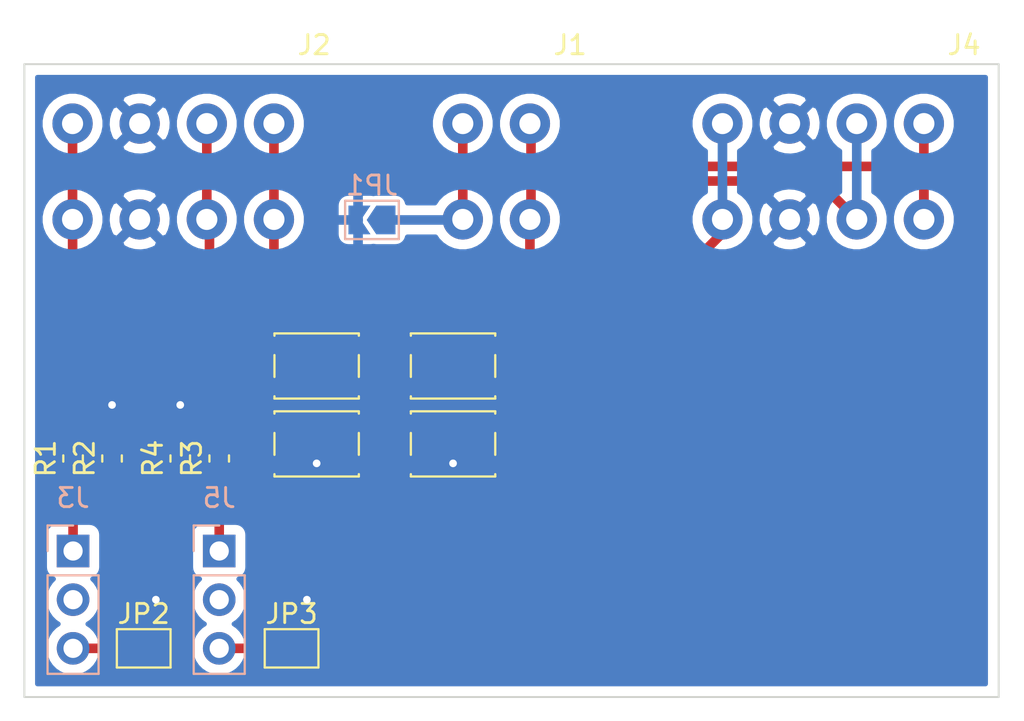
<source format=kicad_pcb>
(kicad_pcb (version 20171130) (host pcbnew 5.1.5-1.fc31)

  (general
    (thickness 1.6)
    (drawings 4)
    (tracks 61)
    (zones 0)
    (modules 16)
    (nets 14)
  )

  (page A4)
  (layers
    (0 F.Cu signal)
    (31 B.Cu signal)
    (32 B.Adhes user)
    (33 F.Adhes user)
    (34 B.Paste user)
    (35 F.Paste user)
    (36 B.SilkS user)
    (37 F.SilkS user)
    (38 B.Mask user)
    (39 F.Mask user)
    (40 Dwgs.User user)
    (41 Cmts.User user)
    (42 Eco1.User user)
    (43 Eco2.User user)
    (44 Edge.Cuts user)
    (45 Margin user)
    (46 B.CrtYd user hide)
    (47 F.CrtYd user hide)
    (48 B.Fab user hide)
    (49 F.Fab user)
  )

  (setup
    (last_trace_width 0.5)
    (user_trace_width 0.25)
    (user_trace_width 0.5)
    (trace_clearance 0.2)
    (zone_clearance 0.508)
    (zone_45_only no)
    (trace_min 0.2)
    (via_size 0.8)
    (via_drill 0.4)
    (via_min_size 0.4)
    (via_min_drill 0.3)
    (user_via 0.8 0.4)
    (user_via 1.4 0.8)
    (uvia_size 0.3)
    (uvia_drill 0.1)
    (uvias_allowed no)
    (uvia_min_size 0.2)
    (uvia_min_drill 0.1)
    (edge_width 0.05)
    (segment_width 0.2)
    (pcb_text_width 0.3)
    (pcb_text_size 1.5 1.5)
    (mod_edge_width 0.12)
    (mod_text_size 1 1)
    (mod_text_width 0.15)
    (pad_size 0.3 0.3)
    (pad_drill 0)
    (pad_to_mask_clearance 0.051)
    (solder_mask_min_width 0.25)
    (aux_axis_origin 0 0)
    (visible_elements FFFFFF7F)
    (pcbplotparams
      (layerselection 0x010fc_ffffffff)
      (usegerberextensions false)
      (usegerberattributes false)
      (usegerberadvancedattributes false)
      (creategerberjobfile false)
      (excludeedgelayer true)
      (linewidth 0.100000)
      (plotframeref false)
      (viasonmask false)
      (mode 1)
      (useauxorigin false)
      (hpglpennumber 1)
      (hpglpenspeed 20)
      (hpglpendiameter 15.000000)
      (psnegative false)
      (psa4output false)
      (plotreference true)
      (plotvalue true)
      (plotinvisibletext false)
      (padsonsilk false)
      (subtractmaskfromsilk false)
      (outputformat 1)
      (mirror false)
      (drillshape 1)
      (scaleselection 1)
      (outputdirectory ""))
  )

  (net 0 "")
  (net 1 "Net-(J1-Pad2)")
  (net 2 +24V)
  (net 3 GND)
  (net 4 /SensorOut0)
  (net 5 /Teach0)
  (net 6 "Net-(J3-Pad3)")
  (net 7 "Net-(J3-Pad2)")
  (net 8 /Out0)
  (net 9 /SensorOut1)
  (net 10 /Teach1)
  (net 11 "Net-(J5-Pad3)")
  (net 12 "Net-(J5-Pad2)")
  (net 13 /Out1)

  (net_class Default "This is the default net class."
    (clearance 0.2)
    (trace_width 0.25)
    (via_dia 0.8)
    (via_drill 0.4)
    (uvia_dia 0.3)
    (uvia_drill 0.1)
    (add_net +24V)
    (add_net /Out0)
    (add_net /Out1)
    (add_net /SensorOut0)
    (add_net /SensorOut1)
    (add_net /Teach0)
    (add_net /Teach1)
    (add_net GND)
    (add_net "Net-(J1-Pad2)")
    (add_net "Net-(J3-Pad2)")
    (add_net "Net-(J3-Pad3)")
    (add_net "Net-(J5-Pad2)")
    (add_net "Net-(J5-Pad3)")
  )

  (module Button_Switch_SMD:SW_SPST_PTS810 (layer F.Cu) (tedit 5B0610A8) (tstamp 5E54ACFA)
    (at 91.44 96.012)
    (descr "C&K Components, PTS 810 Series, Microminiature SMT Top Actuated, http://www.ckswitches.com/media/1476/pts810.pdf")
    (tags "SPST Button Switch")
    (path /5E527FD3)
    (attr smd)
    (fp_text reference SW1 (at 0 -2.6) (layer F.SilkS) hide
      (effects (font (size 1 1) (thickness 0.15)))
    )
    (fp_text value SW_Push (at 0 2.6) (layer F.Fab) hide
      (effects (font (size 1 1) (thickness 0.15)))
    )
    (fp_arc (start 0.4 0) (end 0.4 -1.1) (angle 180) (layer F.Fab) (width 0.1))
    (fp_line (start 2.1 1.6) (end 2.1 -1.6) (layer F.Fab) (width 0.1))
    (fp_line (start 2.1 -1.6) (end -2.1 -1.6) (layer F.Fab) (width 0.1))
    (fp_line (start -2.1 -1.6) (end -2.1 1.6) (layer F.Fab) (width 0.1))
    (fp_line (start -2.1 1.6) (end 2.1 1.6) (layer F.Fab) (width 0.1))
    (fp_arc (start -0.4 0) (end -0.4 1.1) (angle 180) (layer F.Fab) (width 0.1))
    (fp_line (start -0.4 -1.1) (end 0.4 -1.1) (layer F.Fab) (width 0.1))
    (fp_line (start 0.4 1.1) (end -0.4 1.1) (layer F.Fab) (width 0.1))
    (fp_line (start 2.2 -1.7) (end -2.2 -1.7) (layer F.SilkS) (width 0.12))
    (fp_line (start -2.2 -1.7) (end -2.2 -1.58) (layer F.SilkS) (width 0.12))
    (fp_line (start -2.2 -0.57) (end -2.2 0.57) (layer F.SilkS) (width 0.12))
    (fp_line (start -2.2 1.58) (end -2.2 1.7) (layer F.SilkS) (width 0.12))
    (fp_line (start -2.2 1.7) (end 2.2 1.7) (layer F.SilkS) (width 0.12))
    (fp_line (start 2.2 1.7) (end 2.2 1.58) (layer F.SilkS) (width 0.12))
    (fp_line (start 2.2 0.57) (end 2.2 -0.57) (layer F.SilkS) (width 0.12))
    (fp_line (start 2.2 -1.58) (end 2.2 -1.7) (layer F.SilkS) (width 0.12))
    (fp_text user %R (at 0 0) (layer F.Fab)
      (effects (font (size 0.6 0.6) (thickness 0.09)))
    )
    (fp_line (start 2.85 -1.85) (end 2.85 1.85) (layer F.CrtYd) (width 0.05))
    (fp_line (start 2.85 1.85) (end -2.85 1.85) (layer F.CrtYd) (width 0.05))
    (fp_line (start -2.85 1.85) (end -2.85 -1.85) (layer F.CrtYd) (width 0.05))
    (fp_line (start -2.85 -1.85) (end 2.85 -1.85) (layer F.CrtYd) (width 0.05))
    (pad 2 smd rect (at 2.075 1.075) (size 1.05 0.65) (layers F.Cu F.Paste F.Mask)
      (net 3 GND))
    (pad 2 smd rect (at -2.075 1.075) (size 1.05 0.65) (layers F.Cu F.Paste F.Mask)
      (net 3 GND))
    (pad 1 smd rect (at 2.075 -1.075) (size 1.05 0.65) (layers F.Cu F.Paste F.Mask)
      (net 5 /Teach0))
    (pad 1 smd rect (at -2.075 -1.075) (size 1.05 0.65) (layers F.Cu F.Paste F.Mask)
      (net 5 /Teach0))
    (model ${KISYS3DMOD}/Button_Switch_SMD.3dshapes/SW_SPST_PTS810.wrl
      (at (xyz 0 0 0))
      (scale (xyz 1 1 1))
      (rotate (xyz 0 0 0))
    )
  )

  (module Button_Switch_SMD:SW_SPST_PTS810 (layer F.Cu) (tedit 5B0610A8) (tstamp 5E54AD69)
    (at 98.552 96.012)
    (descr "C&K Components, PTS 810 Series, Microminiature SMT Top Actuated, http://www.ckswitches.com/media/1476/pts810.pdf")
    (tags "SPST Button Switch")
    (path /5E55926C)
    (attr smd)
    (fp_text reference SW3 (at 0 -2.6) (layer F.SilkS) hide
      (effects (font (size 1 1) (thickness 0.15)))
    )
    (fp_text value SW_Push (at 0 2.6) (layer F.Fab) hide
      (effects (font (size 1 1) (thickness 0.15)))
    )
    (fp_arc (start 0.4 0) (end 0.4 -1.1) (angle 180) (layer F.Fab) (width 0.1))
    (fp_line (start 2.1 1.6) (end 2.1 -1.6) (layer F.Fab) (width 0.1))
    (fp_line (start 2.1 -1.6) (end -2.1 -1.6) (layer F.Fab) (width 0.1))
    (fp_line (start -2.1 -1.6) (end -2.1 1.6) (layer F.Fab) (width 0.1))
    (fp_line (start -2.1 1.6) (end 2.1 1.6) (layer F.Fab) (width 0.1))
    (fp_arc (start -0.4 0) (end -0.4 1.1) (angle 180) (layer F.Fab) (width 0.1))
    (fp_line (start -0.4 -1.1) (end 0.4 -1.1) (layer F.Fab) (width 0.1))
    (fp_line (start 0.4 1.1) (end -0.4 1.1) (layer F.Fab) (width 0.1))
    (fp_line (start 2.2 -1.7) (end -2.2 -1.7) (layer F.SilkS) (width 0.12))
    (fp_line (start -2.2 -1.7) (end -2.2 -1.58) (layer F.SilkS) (width 0.12))
    (fp_line (start -2.2 -0.57) (end -2.2 0.57) (layer F.SilkS) (width 0.12))
    (fp_line (start -2.2 1.58) (end -2.2 1.7) (layer F.SilkS) (width 0.12))
    (fp_line (start -2.2 1.7) (end 2.2 1.7) (layer F.SilkS) (width 0.12))
    (fp_line (start 2.2 1.7) (end 2.2 1.58) (layer F.SilkS) (width 0.12))
    (fp_line (start 2.2 0.57) (end 2.2 -0.57) (layer F.SilkS) (width 0.12))
    (fp_line (start 2.2 -1.58) (end 2.2 -1.7) (layer F.SilkS) (width 0.12))
    (fp_text user %R (at 0 0) (layer F.Fab)
      (effects (font (size 0.6 0.6) (thickness 0.09)))
    )
    (fp_line (start 2.85 -1.85) (end 2.85 1.85) (layer F.CrtYd) (width 0.05))
    (fp_line (start 2.85 1.85) (end -2.85 1.85) (layer F.CrtYd) (width 0.05))
    (fp_line (start -2.85 1.85) (end -2.85 -1.85) (layer F.CrtYd) (width 0.05))
    (fp_line (start -2.85 -1.85) (end 2.85 -1.85) (layer F.CrtYd) (width 0.05))
    (pad 2 smd rect (at 2.075 1.075) (size 1.05 0.65) (layers F.Cu F.Paste F.Mask)
      (net 3 GND))
    (pad 2 smd rect (at -2.075 1.075) (size 1.05 0.65) (layers F.Cu F.Paste F.Mask)
      (net 3 GND))
    (pad 1 smd rect (at 2.075 -1.075) (size 1.05 0.65) (layers F.Cu F.Paste F.Mask)
      (net 10 /Teach1))
    (pad 1 smd rect (at -2.075 -1.075) (size 1.05 0.65) (layers F.Cu F.Paste F.Mask)
      (net 10 /Teach1))
    (model ${KISYS3DMOD}/Button_Switch_SMD.3dshapes/SW_SPST_PTS810.wrl
      (at (xyz 0 0 0))
      (scale (xyz 1 1 1))
      (rotate (xyz 0 0 0))
    )
  )

  (module Button_Switch_SMD:SW_SPST_PTS810 (layer F.Cu) (tedit 5B0610A8) (tstamp 5E54AE14)
    (at 98.552 91.948 180)
    (descr "C&K Components, PTS 810 Series, Microminiature SMT Top Actuated, http://www.ckswitches.com/media/1476/pts810.pdf")
    (tags "SPST Button Switch")
    (path /5E559262)
    (attr smd)
    (fp_text reference SW2 (at 0 -2.6) (layer F.SilkS) hide
      (effects (font (size 1 1) (thickness 0.15)))
    )
    (fp_text value SW_Push (at 0 2.6) (layer F.Fab) hide
      (effects (font (size 1 1) (thickness 0.15)))
    )
    (fp_arc (start 0.4 0) (end 0.4 -1.1) (angle 180) (layer F.Fab) (width 0.1))
    (fp_line (start 2.1 1.6) (end 2.1 -1.6) (layer F.Fab) (width 0.1))
    (fp_line (start 2.1 -1.6) (end -2.1 -1.6) (layer F.Fab) (width 0.1))
    (fp_line (start -2.1 -1.6) (end -2.1 1.6) (layer F.Fab) (width 0.1))
    (fp_line (start -2.1 1.6) (end 2.1 1.6) (layer F.Fab) (width 0.1))
    (fp_arc (start -0.4 0) (end -0.4 1.1) (angle 180) (layer F.Fab) (width 0.1))
    (fp_line (start -0.4 -1.1) (end 0.4 -1.1) (layer F.Fab) (width 0.1))
    (fp_line (start 0.4 1.1) (end -0.4 1.1) (layer F.Fab) (width 0.1))
    (fp_line (start 2.2 -1.7) (end -2.2 -1.7) (layer F.SilkS) (width 0.12))
    (fp_line (start -2.2 -1.7) (end -2.2 -1.58) (layer F.SilkS) (width 0.12))
    (fp_line (start -2.2 -0.57) (end -2.2 0.57) (layer F.SilkS) (width 0.12))
    (fp_line (start -2.2 1.58) (end -2.2 1.7) (layer F.SilkS) (width 0.12))
    (fp_line (start -2.2 1.7) (end 2.2 1.7) (layer F.SilkS) (width 0.12))
    (fp_line (start 2.2 1.7) (end 2.2 1.58) (layer F.SilkS) (width 0.12))
    (fp_line (start 2.2 0.57) (end 2.2 -0.57) (layer F.SilkS) (width 0.12))
    (fp_line (start 2.2 -1.58) (end 2.2 -1.7) (layer F.SilkS) (width 0.12))
    (fp_text user %R (at 0 0) (layer F.Fab)
      (effects (font (size 0.6 0.6) (thickness 0.09)))
    )
    (fp_line (start 2.85 -1.85) (end 2.85 1.85) (layer F.CrtYd) (width 0.05))
    (fp_line (start 2.85 1.85) (end -2.85 1.85) (layer F.CrtYd) (width 0.05))
    (fp_line (start -2.85 1.85) (end -2.85 -1.85) (layer F.CrtYd) (width 0.05))
    (fp_line (start -2.85 -1.85) (end 2.85 -1.85) (layer F.CrtYd) (width 0.05))
    (pad 2 smd rect (at 2.075 1.075 180) (size 1.05 0.65) (layers F.Cu F.Paste F.Mask)
      (net 2 +24V))
    (pad 2 smd rect (at -2.075 1.075 180) (size 1.05 0.65) (layers F.Cu F.Paste F.Mask)
      (net 2 +24V))
    (pad 1 smd rect (at 2.075 -1.075 180) (size 1.05 0.65) (layers F.Cu F.Paste F.Mask)
      (net 10 /Teach1))
    (pad 1 smd rect (at -2.075 -1.075 180) (size 1.05 0.65) (layers F.Cu F.Paste F.Mask)
      (net 10 /Teach1))
    (model ${KISYS3DMOD}/Button_Switch_SMD.3dshapes/SW_SPST_PTS810.wrl
      (at (xyz 0 0 0))
      (scale (xyz 1 1 1))
      (rotate (xyz 0 0 0))
    )
  )

  (module Button_Switch_SMD:SW_SPST_PTS810 (layer F.Cu) (tedit 5B0610A8) (tstamp 5E54ADBD)
    (at 91.44 91.948 180)
    (descr "C&K Components, PTS 810 Series, Microminiature SMT Top Actuated, http://www.ckswitches.com/media/1476/pts810.pdf")
    (tags "SPST Button Switch")
    (path /5E529459)
    (attr smd)
    (fp_text reference SW0 (at 0 -2.6) (layer F.SilkS) hide
      (effects (font (size 1 1) (thickness 0.15)))
    )
    (fp_text value SW_Push (at 0 2.6) (layer F.Fab) hide
      (effects (font (size 1 1) (thickness 0.15)))
    )
    (fp_arc (start 0.4 0) (end 0.4 -1.1) (angle 180) (layer F.Fab) (width 0.1))
    (fp_line (start 2.1 1.6) (end 2.1 -1.6) (layer F.Fab) (width 0.1))
    (fp_line (start 2.1 -1.6) (end -2.1 -1.6) (layer F.Fab) (width 0.1))
    (fp_line (start -2.1 -1.6) (end -2.1 1.6) (layer F.Fab) (width 0.1))
    (fp_line (start -2.1 1.6) (end 2.1 1.6) (layer F.Fab) (width 0.1))
    (fp_arc (start -0.4 0) (end -0.4 1.1) (angle 180) (layer F.Fab) (width 0.1))
    (fp_line (start -0.4 -1.1) (end 0.4 -1.1) (layer F.Fab) (width 0.1))
    (fp_line (start 0.4 1.1) (end -0.4 1.1) (layer F.Fab) (width 0.1))
    (fp_line (start 2.2 -1.7) (end -2.2 -1.7) (layer F.SilkS) (width 0.12))
    (fp_line (start -2.2 -1.7) (end -2.2 -1.58) (layer F.SilkS) (width 0.12))
    (fp_line (start -2.2 -0.57) (end -2.2 0.57) (layer F.SilkS) (width 0.12))
    (fp_line (start -2.2 1.58) (end -2.2 1.7) (layer F.SilkS) (width 0.12))
    (fp_line (start -2.2 1.7) (end 2.2 1.7) (layer F.SilkS) (width 0.12))
    (fp_line (start 2.2 1.7) (end 2.2 1.58) (layer F.SilkS) (width 0.12))
    (fp_line (start 2.2 0.57) (end 2.2 -0.57) (layer F.SilkS) (width 0.12))
    (fp_line (start 2.2 -1.58) (end 2.2 -1.7) (layer F.SilkS) (width 0.12))
    (fp_text user %R (at 0 0) (layer F.Fab)
      (effects (font (size 0.6 0.6) (thickness 0.09)))
    )
    (fp_line (start 2.85 -1.85) (end 2.85 1.85) (layer F.CrtYd) (width 0.05))
    (fp_line (start 2.85 1.85) (end -2.85 1.85) (layer F.CrtYd) (width 0.05))
    (fp_line (start -2.85 1.85) (end -2.85 -1.85) (layer F.CrtYd) (width 0.05))
    (fp_line (start -2.85 -1.85) (end 2.85 -1.85) (layer F.CrtYd) (width 0.05))
    (pad 2 smd rect (at 2.075 1.075 180) (size 1.05 0.65) (layers F.Cu F.Paste F.Mask)
      (net 2 +24V))
    (pad 2 smd rect (at -2.075 1.075 180) (size 1.05 0.65) (layers F.Cu F.Paste F.Mask)
      (net 2 +24V))
    (pad 1 smd rect (at 2.075 -1.075 180) (size 1.05 0.65) (layers F.Cu F.Paste F.Mask)
      (net 5 /Teach0))
    (pad 1 smd rect (at -2.075 -1.075 180) (size 1.05 0.65) (layers F.Cu F.Paste F.Mask)
      (net 5 /Teach0))
    (model ${KISYS3DMOD}/Button_Switch_SMD.3dshapes/SW_SPST_PTS810.wrl
      (at (xyz 0 0 0))
      (scale (xyz 1 1 1))
      (rotate (xyz 0 0 0))
    )
  )

  (module ultrasonic_roborio:LSF-SMT_3.50_02_135_3.5SN (layer F.Cu) (tedit 5E51E9B3) (tstamp 5E51E631)
    (at 104.66 76.2 180)
    (path /5E531990)
    (fp_text reference J1 (at 0 1) (layer F.SilkS)
      (effects (font (size 1 1) (thickness 0.15)))
    )
    (fp_text value "PCM solenoid" (at 0 2.5) (layer F.Fab)
      (effects (font (size 1 1) (thickness 0.15)))
    )
    (fp_line (start 7.7 0) (end 0 0) (layer F.Fab) (width 0.12))
    (fp_line (start 7.7 -12.7) (end 7.7 0) (layer F.Fab) (width 0.12))
    (fp_line (start 0 -12.7) (end 7.7 -12.7) (layer F.Fab) (width 0.12))
    (fp_line (start 0 0) (end 0 -12.7) (layer F.Fab) (width 0.12))
    (pad 2 thru_hole circle (at 5.6 -3.1 180) (size 2.1 2.1) (drill 1.1) (layers *.Cu *.Mask)
      (net 1 "Net-(J1-Pad2)"))
    (pad 2 thru_hole circle (at 5.6 -8.1 180) (size 2.1 2.1) (drill 1.1) (layers *.Cu *.Mask)
      (net 1 "Net-(J1-Pad2)"))
    (pad 1 thru_hole circle (at 2.1 -8.1 180) (size 2.1 2.1) (drill 1.1) (layers *.Cu *.Mask)
      (net 2 +24V))
    (pad 1 thru_hole circle (at 2.1 -3.1 180) (size 2.1 2.1) (drill 1.1) (layers *.Cu *.Mask)
      (net 2 +24V))
    (model ${KIPRJMOD}/ultrasonic_roborio.3dshapes/LSF-SMT_3.50_02_135_3.5SN.step
      (offset (xyz 0 0 -3.5))
      (scale (xyz 1 1 1))
      (rotate (xyz 0 0 0))
    )
  )

  (module ultrasonic_roborio:LSF-SMT_3.50_04_135_3.5SN (layer F.Cu) (tedit 5E51E9EA) (tstamp 5E51E52D)
    (at 125.2 76.2 180)
    (path /5E55923B)
    (fp_text reference J4 (at 0 1) (layer F.SilkS)
      (effects (font (size 1 1) (thickness 0.15)))
    )
    (fp_text value Sensor1 (at 0 2.5) (layer F.Fab)
      (effects (font (size 1 1) (thickness 0.15)))
    )
    (fp_line (start 14.7 0) (end 0 0) (layer F.Fab) (width 0.12))
    (fp_line (start 14.7 -12.7) (end 14.7 0) (layer F.Fab) (width 0.12))
    (fp_line (start 0 -12.7) (end 14.7 -12.7) (layer F.Fab) (width 0.12))
    (fp_line (start 0 0) (end 0 -12.7) (layer F.Fab) (width 0.12))
    (pad 3 thru_hole circle (at 9.1 -3.1 180) (size 2.1 2.1) (drill 1.1) (layers *.Cu *.Mask)
      (net 3 GND))
    (pad 4 thru_hole circle (at 12.6 -8.1 180) (size 2.1 2.1) (drill 1.1) (layers *.Cu *.Mask)
      (net 9 /SensorOut1))
    (pad 4 thru_hole circle (at 12.6 -3.1 180) (size 2.1 2.1) (drill 1.1) (layers *.Cu *.Mask)
      (net 9 /SensorOut1))
    (pad 3 thru_hole circle (at 9.1 -8.1 180) (size 2.1 2.1) (drill 1.1) (layers *.Cu *.Mask)
      (net 3 GND))
    (pad 2 thru_hole circle (at 5.6 -3.1 180) (size 2.1 2.1) (drill 1.1) (layers *.Cu *.Mask)
      (net 10 /Teach1))
    (pad 2 thru_hole circle (at 5.6 -8.1 180) (size 2.1 2.1) (drill 1.1) (layers *.Cu *.Mask)
      (net 10 /Teach1))
    (pad 1 thru_hole circle (at 2.1 -8.1 180) (size 2.1 2.1) (drill 1.1) (layers *.Cu *.Mask)
      (net 2 +24V))
    (pad 1 thru_hole circle (at 2.1 -3.1 180) (size 2.1 2.1) (drill 1.1) (layers *.Cu *.Mask)
      (net 2 +24V))
    (model ${KIPRJMOD}/ultrasonic_roborio.3dshapes/LSF-SMT_3.50_04_135_3.5SN.step
      (offset (xyz 0 0 -3.5))
      (scale (xyz 1 1 1))
      (rotate (xyz 0 0 0))
    )
  )

  (module ultrasonic_roborio:LSF-SMT_3.50_04_135_3.5SN (layer F.Cu) (tedit 5E51E9EA) (tstamp 5E51E3DD)
    (at 91.313 76.2 180)
    (path /5E5175C3)
    (fp_text reference J2 (at 0 1) (layer F.SilkS)
      (effects (font (size 1 1) (thickness 0.15)))
    )
    (fp_text value Sensor0 (at 0 2.5) (layer F.Fab)
      (effects (font (size 1 1) (thickness 0.15)))
    )
    (fp_line (start 14.7 0) (end 0 0) (layer F.Fab) (width 0.12))
    (fp_line (start 14.7 -12.7) (end 14.7 0) (layer F.Fab) (width 0.12))
    (fp_line (start 0 -12.7) (end 14.7 -12.7) (layer F.Fab) (width 0.12))
    (fp_line (start 0 0) (end 0 -12.7) (layer F.Fab) (width 0.12))
    (pad 3 thru_hole circle (at 9.1 -3.1 180) (size 2.1 2.1) (drill 1.1) (layers *.Cu *.Mask)
      (net 3 GND))
    (pad 4 thru_hole circle (at 12.6 -8.1 180) (size 2.1 2.1) (drill 1.1) (layers *.Cu *.Mask)
      (net 4 /SensorOut0))
    (pad 4 thru_hole circle (at 12.6 -3.1 180) (size 2.1 2.1) (drill 1.1) (layers *.Cu *.Mask)
      (net 4 /SensorOut0))
    (pad 3 thru_hole circle (at 9.1 -8.1 180) (size 2.1 2.1) (drill 1.1) (layers *.Cu *.Mask)
      (net 3 GND))
    (pad 2 thru_hole circle (at 5.6 -3.1 180) (size 2.1 2.1) (drill 1.1) (layers *.Cu *.Mask)
      (net 5 /Teach0))
    (pad 2 thru_hole circle (at 5.6 -8.1 180) (size 2.1 2.1) (drill 1.1) (layers *.Cu *.Mask)
      (net 5 /Teach0))
    (pad 1 thru_hole circle (at 2.1 -8.1 180) (size 2.1 2.1) (drill 1.1) (layers *.Cu *.Mask)
      (net 2 +24V))
    (pad 1 thru_hole circle (at 2.1 -3.1 180) (size 2.1 2.1) (drill 1.1) (layers *.Cu *.Mask)
      (net 2 +24V))
    (model ${KIPRJMOD}/ultrasonic_roborio.3dshapes/LSF-SMT_3.50_04_135_3.5SN.step
      (offset (xyz 0 0 -3.5))
      (scale (xyz 1 1 1))
      (rotate (xyz 0 0 0))
    )
  )

  (module Resistor_SMD:R_0603_1608Metric (layer F.Cu) (tedit 5B301BBD) (tstamp 5E54B0EE)
    (at 84.328 96.774 90)
    (descr "Resistor SMD 0603 (1608 Metric), square (rectangular) end terminal, IPC_7351 nominal, (Body size source: http://www.tortai-tech.com/upload/download/2011102023233369053.pdf), generated with kicad-footprint-generator")
    (tags resistor)
    (path /5E559225)
    (attr smd)
    (fp_text reference R4 (at 0 -1.43 90) (layer F.SilkS)
      (effects (font (size 1 1) (thickness 0.15)))
    )
    (fp_text value 4.7k (at 0 1.43 90) (layer F.Fab)
      (effects (font (size 1 1) (thickness 0.15)))
    )
    (fp_text user %R (at 0 0 90) (layer F.Fab)
      (effects (font (size 0.4 0.4) (thickness 0.06)))
    )
    (fp_line (start 1.48 0.73) (end -1.48 0.73) (layer F.CrtYd) (width 0.05))
    (fp_line (start 1.48 -0.73) (end 1.48 0.73) (layer F.CrtYd) (width 0.05))
    (fp_line (start -1.48 -0.73) (end 1.48 -0.73) (layer F.CrtYd) (width 0.05))
    (fp_line (start -1.48 0.73) (end -1.48 -0.73) (layer F.CrtYd) (width 0.05))
    (fp_line (start -0.162779 0.51) (end 0.162779 0.51) (layer F.SilkS) (width 0.12))
    (fp_line (start -0.162779 -0.51) (end 0.162779 -0.51) (layer F.SilkS) (width 0.12))
    (fp_line (start 0.8 0.4) (end -0.8 0.4) (layer F.Fab) (width 0.1))
    (fp_line (start 0.8 -0.4) (end 0.8 0.4) (layer F.Fab) (width 0.1))
    (fp_line (start -0.8 -0.4) (end 0.8 -0.4) (layer F.Fab) (width 0.1))
    (fp_line (start -0.8 0.4) (end -0.8 -0.4) (layer F.Fab) (width 0.1))
    (pad 2 smd roundrect (at 0.7875 0 90) (size 0.875 0.95) (layers F.Cu F.Paste F.Mask) (roundrect_rratio 0.25)
      (net 3 GND))
    (pad 1 smd roundrect (at -0.7875 0 90) (size 0.875 0.95) (layers F.Cu F.Paste F.Mask) (roundrect_rratio 0.25)
      (net 13 /Out1))
    (model ${KISYS3DMOD}/Resistor_SMD.3dshapes/R_0603_1608Metric.wrl
      (at (xyz 0 0 0))
      (scale (xyz 1 1 1))
      (rotate (xyz 0 0 0))
    )
  )

  (module Resistor_SMD:R_0603_1608Metric (layer F.Cu) (tedit 5B301BBD) (tstamp 5E54A18F)
    (at 86.36 96.774 90)
    (descr "Resistor SMD 0603 (1608 Metric), square (rectangular) end terminal, IPC_7351 nominal, (Body size source: http://www.tortai-tech.com/upload/download/2011102023233369053.pdf), generated with kicad-footprint-generator")
    (tags resistor)
    (path /5E559219)
    (attr smd)
    (fp_text reference R3 (at 0 -1.43 90) (layer F.SilkS)
      (effects (font (size 1 1) (thickness 0.15)))
    )
    (fp_text value 4.7k (at 0 1.43 90) (layer F.Fab)
      (effects (font (size 1 1) (thickness 0.15)))
    )
    (fp_text user %R (at 0 0 90) (layer F.Fab)
      (effects (font (size 0.4 0.4) (thickness 0.06)))
    )
    (fp_line (start 1.48 0.73) (end -1.48 0.73) (layer F.CrtYd) (width 0.05))
    (fp_line (start 1.48 -0.73) (end 1.48 0.73) (layer F.CrtYd) (width 0.05))
    (fp_line (start -1.48 -0.73) (end 1.48 -0.73) (layer F.CrtYd) (width 0.05))
    (fp_line (start -1.48 0.73) (end -1.48 -0.73) (layer F.CrtYd) (width 0.05))
    (fp_line (start -0.162779 0.51) (end 0.162779 0.51) (layer F.SilkS) (width 0.12))
    (fp_line (start -0.162779 -0.51) (end 0.162779 -0.51) (layer F.SilkS) (width 0.12))
    (fp_line (start 0.8 0.4) (end -0.8 0.4) (layer F.Fab) (width 0.1))
    (fp_line (start 0.8 -0.4) (end 0.8 0.4) (layer F.Fab) (width 0.1))
    (fp_line (start -0.8 -0.4) (end 0.8 -0.4) (layer F.Fab) (width 0.1))
    (fp_line (start -0.8 0.4) (end -0.8 -0.4) (layer F.Fab) (width 0.1))
    (pad 2 smd roundrect (at 0.7875 0 90) (size 0.875 0.95) (layers F.Cu F.Paste F.Mask) (roundrect_rratio 0.25)
      (net 9 /SensorOut1))
    (pad 1 smd roundrect (at -0.7875 0 90) (size 0.875 0.95) (layers F.Cu F.Paste F.Mask) (roundrect_rratio 0.25)
      (net 13 /Out1))
    (model ${KISYS3DMOD}/Resistor_SMD.3dshapes/R_0603_1608Metric.wrl
      (at (xyz 0 0 0))
      (scale (xyz 1 1 1))
      (rotate (xyz 0 0 0))
    )
  )

  (module Resistor_SMD:R_0603_1608Metric (layer F.Cu) (tedit 5B301BBD) (tstamp 5E54A1BF)
    (at 80.772 96.774 90)
    (descr "Resistor SMD 0603 (1608 Metric), square (rectangular) end terminal, IPC_7351 nominal, (Body size source: http://www.tortai-tech.com/upload/download/2011102023233369053.pdf), generated with kicad-footprint-generator")
    (tags resistor)
    (path /5E5208A1)
    (attr smd)
    (fp_text reference R2 (at 0 -1.43 90) (layer F.SilkS)
      (effects (font (size 1 1) (thickness 0.15)))
    )
    (fp_text value 4.7k (at 0 1.43 90) (layer F.Fab)
      (effects (font (size 1 1) (thickness 0.15)))
    )
    (fp_text user %R (at 0 0 90) (layer F.Fab)
      (effects (font (size 0.4 0.4) (thickness 0.06)))
    )
    (fp_line (start 1.48 0.73) (end -1.48 0.73) (layer F.CrtYd) (width 0.05))
    (fp_line (start 1.48 -0.73) (end 1.48 0.73) (layer F.CrtYd) (width 0.05))
    (fp_line (start -1.48 -0.73) (end 1.48 -0.73) (layer F.CrtYd) (width 0.05))
    (fp_line (start -1.48 0.73) (end -1.48 -0.73) (layer F.CrtYd) (width 0.05))
    (fp_line (start -0.162779 0.51) (end 0.162779 0.51) (layer F.SilkS) (width 0.12))
    (fp_line (start -0.162779 -0.51) (end 0.162779 -0.51) (layer F.SilkS) (width 0.12))
    (fp_line (start 0.8 0.4) (end -0.8 0.4) (layer F.Fab) (width 0.1))
    (fp_line (start 0.8 -0.4) (end 0.8 0.4) (layer F.Fab) (width 0.1))
    (fp_line (start -0.8 -0.4) (end 0.8 -0.4) (layer F.Fab) (width 0.1))
    (fp_line (start -0.8 0.4) (end -0.8 -0.4) (layer F.Fab) (width 0.1))
    (pad 2 smd roundrect (at 0.7875 0 90) (size 0.875 0.95) (layers F.Cu F.Paste F.Mask) (roundrect_rratio 0.25)
      (net 3 GND))
    (pad 1 smd roundrect (at -0.7875 0 90) (size 0.875 0.95) (layers F.Cu F.Paste F.Mask) (roundrect_rratio 0.25)
      (net 8 /Out0))
    (model ${KISYS3DMOD}/Resistor_SMD.3dshapes/R_0603_1608Metric.wrl
      (at (xyz 0 0 0))
      (scale (xyz 1 1 1))
      (rotate (xyz 0 0 0))
    )
  )

  (module Resistor_SMD:R_0603_1608Metric (layer F.Cu) (tedit 5B301BBD) (tstamp 5E54A15F)
    (at 78.74 96.774 90)
    (descr "Resistor SMD 0603 (1608 Metric), square (rectangular) end terminal, IPC_7351 nominal, (Body size source: http://www.tortai-tech.com/upload/download/2011102023233369053.pdf), generated with kicad-footprint-generator")
    (tags resistor)
    (path /5E52011D)
    (attr smd)
    (fp_text reference R1 (at 0 -1.43 90) (layer F.SilkS)
      (effects (font (size 1 1) (thickness 0.15)))
    )
    (fp_text value 4.7k (at 0 1.43 90) (layer F.Fab)
      (effects (font (size 1 1) (thickness 0.15)))
    )
    (fp_text user %R (at 0 0 90) (layer F.Fab)
      (effects (font (size 0.4 0.4) (thickness 0.06)))
    )
    (fp_line (start 1.48 0.73) (end -1.48 0.73) (layer F.CrtYd) (width 0.05))
    (fp_line (start 1.48 -0.73) (end 1.48 0.73) (layer F.CrtYd) (width 0.05))
    (fp_line (start -1.48 -0.73) (end 1.48 -0.73) (layer F.CrtYd) (width 0.05))
    (fp_line (start -1.48 0.73) (end -1.48 -0.73) (layer F.CrtYd) (width 0.05))
    (fp_line (start -0.162779 0.51) (end 0.162779 0.51) (layer F.SilkS) (width 0.12))
    (fp_line (start -0.162779 -0.51) (end 0.162779 -0.51) (layer F.SilkS) (width 0.12))
    (fp_line (start 0.8 0.4) (end -0.8 0.4) (layer F.Fab) (width 0.1))
    (fp_line (start 0.8 -0.4) (end 0.8 0.4) (layer F.Fab) (width 0.1))
    (fp_line (start -0.8 -0.4) (end 0.8 -0.4) (layer F.Fab) (width 0.1))
    (fp_line (start -0.8 0.4) (end -0.8 -0.4) (layer F.Fab) (width 0.1))
    (pad 2 smd roundrect (at 0.7875 0 90) (size 0.875 0.95) (layers F.Cu F.Paste F.Mask) (roundrect_rratio 0.25)
      (net 4 /SensorOut0))
    (pad 1 smd roundrect (at -0.7875 0 90) (size 0.875 0.95) (layers F.Cu F.Paste F.Mask) (roundrect_rratio 0.25)
      (net 8 /Out0))
    (model ${KISYS3DMOD}/Resistor_SMD.3dshapes/R_0603_1608Metric.wrl
      (at (xyz 0 0 0))
      (scale (xyz 1 1 1))
      (rotate (xyz 0 0 0))
    )
  )

  (module Jumper:SolderJumper-2_P1.3mm_Open_TrianglePad1.0x1.5mm (layer F.Cu) (tedit 5A64794F) (tstamp 5E549141)
    (at 90.133 106.68)
    (descr "SMD Solder Jumper, 1x1.5mm Triangular Pads, 0.3mm gap, open")
    (tags "solder jumper open")
    (path /5E559282)
    (attr virtual)
    (fp_text reference JP3 (at 0 -1.8) (layer F.SilkS)
      (effects (font (size 1 1) (thickness 0.15)))
    )
    (fp_text value SolderJumper_2_Open (at 0 1.9) (layer F.Fab) hide
      (effects (font (size 1 1) (thickness 0.15)))
    )
    (fp_line (start 1.65 1.25) (end -1.65 1.25) (layer F.CrtYd) (width 0.05))
    (fp_line (start 1.65 1.25) (end 1.65 -1.25) (layer F.CrtYd) (width 0.05))
    (fp_line (start -1.65 -1.25) (end -1.65 1.25) (layer F.CrtYd) (width 0.05))
    (fp_line (start -1.65 -1.25) (end 1.65 -1.25) (layer F.CrtYd) (width 0.05))
    (fp_line (start -1.4 -1) (end 1.4 -1) (layer F.SilkS) (width 0.12))
    (fp_line (start 1.4 -1) (end 1.4 1) (layer F.SilkS) (width 0.12))
    (fp_line (start 1.4 1) (end -1.4 1) (layer F.SilkS) (width 0.12))
    (fp_line (start -1.4 1) (end -1.4 -1) (layer F.SilkS) (width 0.12))
    (pad 1 smd custom (at -0.725 0) (size 0.3 0.3) (layers F.Cu F.Mask)
      (net 11 "Net-(J5-Pad3)") (zone_connect 2)
      (options (clearance outline) (anchor rect))
      (primitives
        (gr_poly (pts
           (xy -0.5 -0.75) (xy 0.5 -0.75) (xy 1 0) (xy 0.5 0.75) (xy -0.5 0.75)
) (width 0))
      ))
    (pad 2 smd custom (at 0.725 0) (size 0.3 0.3) (layers F.Cu F.Mask)
      (net 3 GND) (zone_connect 2)
      (options (clearance outline) (anchor rect))
      (primitives
        (gr_poly (pts
           (xy -0.65 -0.75) (xy 0.5 -0.75) (xy 0.5 0.75) (xy -0.65 0.75) (xy -0.15 0)
) (width 0))
      ))
  )

  (module Jumper:SolderJumper-2_P1.3mm_Bridged_Pad1.0x1.5mm (layer F.Cu) (tedit 5C756AB2) (tstamp 5E51EDB0)
    (at 82.423 106.68)
    (descr "SMD Solder Jumper, 1x1.5mm Pads, 0.3mm gap, bridged with 1 copper strip")
    (tags "solder jumper open")
    (path /5E533F2F)
    (attr virtual)
    (fp_text reference JP2 (at 0 -1.8) (layer F.SilkS)
      (effects (font (size 1 1) (thickness 0.15)))
    )
    (fp_text value SolderJumper_2_Bridged (at 0 1.9) (layer F.Fab) hide
      (effects (font (size 1 1) (thickness 0.15)))
    )
    (fp_poly (pts (xy -0.25 -0.3) (xy 0.25 -0.3) (xy 0.25 0.3) (xy -0.25 0.3)) (layer F.Cu) (width 0))
    (fp_line (start 1.65 1.25) (end -1.65 1.25) (layer F.CrtYd) (width 0.05))
    (fp_line (start 1.65 1.25) (end 1.65 -1.25) (layer F.CrtYd) (width 0.05))
    (fp_line (start -1.65 -1.25) (end -1.65 1.25) (layer F.CrtYd) (width 0.05))
    (fp_line (start -1.65 -1.25) (end 1.65 -1.25) (layer F.CrtYd) (width 0.05))
    (fp_line (start -1.4 -1) (end 1.4 -1) (layer F.SilkS) (width 0.12))
    (fp_line (start 1.4 -1) (end 1.4 1) (layer F.SilkS) (width 0.12))
    (fp_line (start 1.4 1) (end -1.4 1) (layer F.SilkS) (width 0.12))
    (fp_line (start -1.4 1) (end -1.4 -1) (layer F.SilkS) (width 0.12))
    (pad 2 smd rect (at 0.65 0) (size 1 1.5) (layers F.Cu F.Mask)
      (net 3 GND))
    (pad 1 smd rect (at -0.65 0) (size 1 1.5) (layers F.Cu F.Mask)
      (net 6 "Net-(J3-Pad3)"))
  )

  (module Jumper:SolderJumper-2_P1.3mm_Open_TrianglePad1.0x1.5mm (layer B.Cu) (tedit 5E5492F5) (tstamp 5E51EAFF)
    (at 94.324 84.328 180)
    (descr "SMD Solder Jumper, 1x1.5mm Triangular Pads, 0.3mm gap, open")
    (tags "solder jumper open")
    (path /5E53373E)
    (attr virtual)
    (fp_text reference JP1 (at 0 1.8 180) (layer B.SilkS)
      (effects (font (size 1 1) (thickness 0.15)) (justify mirror))
    )
    (fp_text value SolderJumper_2_Open (at 0 -1.9 180) (layer B.Fab) hide
      (effects (font (size 1 1) (thickness 0.15)) (justify mirror))
    )
    (fp_line (start 1.65 -1.25) (end -1.65 -1.25) (layer B.CrtYd) (width 0.05))
    (fp_line (start 1.65 -1.25) (end 1.65 1.25) (layer B.CrtYd) (width 0.05))
    (fp_line (start -1.65 1.25) (end -1.65 -1.25) (layer B.CrtYd) (width 0.05))
    (fp_line (start -1.65 1.25) (end 1.65 1.25) (layer B.CrtYd) (width 0.05))
    (fp_line (start -1.4 1) (end 1.4 1) (layer B.SilkS) (width 0.12))
    (fp_line (start 1.4 1) (end 1.4 -1) (layer B.SilkS) (width 0.12))
    (fp_line (start 1.4 -1) (end -1.4 -1) (layer B.SilkS) (width 0.12))
    (fp_line (start -1.4 -1) (end -1.4 1) (layer B.SilkS) (width 0.12))
    (pad 1 smd custom (at -0.725 0 180) (size 0.3 0.3) (layers B.Cu B.Mask)
      (net 1 "Net-(J1-Pad2)") (zone_connect 2)
      (options (clearance outline) (anchor rect))
      (primitives
        (gr_poly (pts
           (xy -0.5 0.75) (xy 0.5 0.75) (xy 1 0) (xy 0.5 -0.75) (xy -0.5 -0.75)
) (width 0))
      ))
    (pad 2 smd custom (at 0.725 0 180) (size 0.3 0.3) (layers B.Cu B.Mask)
      (net 3 GND) (zone_connect 0)
      (options (clearance outline) (anchor rect))
      (primitives
        (gr_poly (pts
           (xy -0.65 0.75) (xy 0.5 0.75) (xy 0.5 -0.75) (xy -0.65 -0.75) (xy -0.15 0)
) (width 0))
      ))
  )

  (module Connector_PinSocket_2.54mm:PinSocket_1x03_P2.54mm_Vertical (layer B.Cu) (tedit 5A19A429) (tstamp 5E51E65D)
    (at 86.36 101.6 180)
    (descr "Through hole straight socket strip, 1x03, 2.54mm pitch, single row (from Kicad 4.0.7), script generated")
    (tags "Through hole socket strip THT 1x03 2.54mm single row")
    (path /5E559278)
    (fp_text reference J5 (at 0 2.77) (layer B.SilkS)
      (effects (font (size 1 1) (thickness 0.15)) (justify mirror))
    )
    (fp_text value "roboRIO A1" (at 2.54 -2.54 270) (layer B.Fab)
      (effects (font (size 1 1) (thickness 0.15)) (justify mirror))
    )
    (fp_text user %R (at 0 -2.54 270) (layer B.Fab)
      (effects (font (size 1 1) (thickness 0.15)) (justify mirror))
    )
    (fp_line (start -1.8 -6.85) (end -1.8 1.8) (layer B.CrtYd) (width 0.05))
    (fp_line (start 1.75 -6.85) (end -1.8 -6.85) (layer B.CrtYd) (width 0.05))
    (fp_line (start 1.75 1.8) (end 1.75 -6.85) (layer B.CrtYd) (width 0.05))
    (fp_line (start -1.8 1.8) (end 1.75 1.8) (layer B.CrtYd) (width 0.05))
    (fp_line (start 0 1.33) (end 1.33 1.33) (layer B.SilkS) (width 0.12))
    (fp_line (start 1.33 1.33) (end 1.33 0) (layer B.SilkS) (width 0.12))
    (fp_line (start 1.33 -1.27) (end 1.33 -6.41) (layer B.SilkS) (width 0.12))
    (fp_line (start -1.33 -6.41) (end 1.33 -6.41) (layer B.SilkS) (width 0.12))
    (fp_line (start -1.33 -1.27) (end -1.33 -6.41) (layer B.SilkS) (width 0.12))
    (fp_line (start -1.33 -1.27) (end 1.33 -1.27) (layer B.SilkS) (width 0.12))
    (fp_line (start -1.27 -6.35) (end -1.27 1.27) (layer B.Fab) (width 0.1))
    (fp_line (start 1.27 -6.35) (end -1.27 -6.35) (layer B.Fab) (width 0.1))
    (fp_line (start 1.27 0.635) (end 1.27 -6.35) (layer B.Fab) (width 0.1))
    (fp_line (start 0.635 1.27) (end 1.27 0.635) (layer B.Fab) (width 0.1))
    (fp_line (start -1.27 1.27) (end 0.635 1.27) (layer B.Fab) (width 0.1))
    (pad 3 thru_hole oval (at 0 -5.08 180) (size 1.7 1.7) (drill 1) (layers *.Cu *.Mask)
      (net 11 "Net-(J5-Pad3)"))
    (pad 2 thru_hole oval (at 0 -2.54 180) (size 1.7 1.7) (drill 1) (layers *.Cu *.Mask)
      (net 12 "Net-(J5-Pad2)"))
    (pad 1 thru_hole rect (at 0 0 180) (size 1.7 1.7) (drill 1) (layers *.Cu *.Mask)
      (net 13 /Out1))
    (model ${KISYS3DMOD}/Connector_PinSocket_2.54mm.3dshapes/PinSocket_1x03_P2.54mm_Vertical.wrl
      (at (xyz 0 0 0))
      (scale (xyz 1 1 1))
      (rotate (xyz 0 0 0))
    )
  )

  (module Connector_PinSocket_2.54mm:PinSocket_1x03_P2.54mm_Vertical (layer B.Cu) (tedit 5A19A429) (tstamp 5E51E916)
    (at 78.74 101.6 180)
    (descr "Through hole straight socket strip, 1x03, 2.54mm pitch, single row (from Kicad 4.0.7), script generated")
    (tags "Through hole socket strip THT 1x03 2.54mm single row")
    (path /5E530FB9)
    (fp_text reference J3 (at 0 2.77) (layer B.SilkS)
      (effects (font (size 1 1) (thickness 0.15)) (justify mirror))
    )
    (fp_text value "roboRIO A0" (at 1.905 -2.54 270) (layer B.Fab)
      (effects (font (size 1 1) (thickness 0.15)) (justify mirror))
    )
    (fp_text user %R (at 0 -2.54 270) (layer B.Fab)
      (effects (font (size 1 1) (thickness 0.15)) (justify mirror))
    )
    (fp_line (start -1.8 -6.85) (end -1.8 1.8) (layer B.CrtYd) (width 0.05))
    (fp_line (start 1.75 -6.85) (end -1.8 -6.85) (layer B.CrtYd) (width 0.05))
    (fp_line (start 1.75 1.8) (end 1.75 -6.85) (layer B.CrtYd) (width 0.05))
    (fp_line (start -1.8 1.8) (end 1.75 1.8) (layer B.CrtYd) (width 0.05))
    (fp_line (start 0 1.33) (end 1.33 1.33) (layer B.SilkS) (width 0.12))
    (fp_line (start 1.33 1.33) (end 1.33 0) (layer B.SilkS) (width 0.12))
    (fp_line (start 1.33 -1.27) (end 1.33 -6.41) (layer B.SilkS) (width 0.12))
    (fp_line (start -1.33 -6.41) (end 1.33 -6.41) (layer B.SilkS) (width 0.12))
    (fp_line (start -1.33 -1.27) (end -1.33 -6.41) (layer B.SilkS) (width 0.12))
    (fp_line (start -1.33 -1.27) (end 1.33 -1.27) (layer B.SilkS) (width 0.12))
    (fp_line (start -1.27 -6.35) (end -1.27 1.27) (layer B.Fab) (width 0.1))
    (fp_line (start 1.27 -6.35) (end -1.27 -6.35) (layer B.Fab) (width 0.1))
    (fp_line (start 1.27 0.635) (end 1.27 -6.35) (layer B.Fab) (width 0.1))
    (fp_line (start 0.635 1.27) (end 1.27 0.635) (layer B.Fab) (width 0.1))
    (fp_line (start -1.27 1.27) (end 0.635 1.27) (layer B.Fab) (width 0.1))
    (pad 3 thru_hole oval (at 0 -5.08 180) (size 1.7 1.7) (drill 1) (layers *.Cu *.Mask)
      (net 6 "Net-(J3-Pad3)"))
    (pad 2 thru_hole oval (at 0 -2.54 180) (size 1.7 1.7) (drill 1) (layers *.Cu *.Mask)
      (net 7 "Net-(J3-Pad2)"))
    (pad 1 thru_hole rect (at 0 0 180) (size 1.7 1.7) (drill 1) (layers *.Cu *.Mask)
      (net 8 /Out0))
    (model ${KISYS3DMOD}/Connector_PinSocket_2.54mm.3dshapes/PinSocket_1x03_P2.54mm_Vertical.wrl
      (at (xyz 0 0 0))
      (scale (xyz 1 1 1))
      (rotate (xyz 0 0 0))
    )
  )

  (gr_line (start 127 76.2) (end 127 109.22) (layer Edge.Cuts) (width 0.1) (tstamp 5E51E76E))
  (gr_line (start 76.2 76.2) (end 127 76.2) (layer Edge.Cuts) (width 0.1) (tstamp 5E51E774))
  (gr_line (start 76.2 109.22) (end 76.2 76.2) (layer Edge.Cuts) (width 0.1) (tstamp 5E51E8B9))
  (gr_line (start 127 109.22) (end 76.2 109.22) (layer Edge.Cuts) (width 0.1) (tstamp 5E51E777))

  (via (at 90.932 104.14) (size 0.8) (drill 0.4) (layers F.Cu B.Cu) (net 3) (tstamp 5E54A66E))
  (segment (start 90.947 106.68) (end 90.947 104.155) (width 0.5) (layer F.Cu) (net 3) (tstamp 5E54A66F))
  (segment (start 96.477 97.087) (end 98.493 97.087) (width 0.5) (layer F.Cu) (net 3) (tstamp 5E54AD42))
  (segment (start 98.493 97.087) (end 100.525 97.087) (width 0.5) (layer F.Cu) (net 3) (tstamp 5E54ACDC))
  (via (at 98.552 97.028) (size 0.8) (drill 0.4) (layers F.Cu B.Cu) (net 3) (tstamp 5E54ACD3))
  (segment (start 99.032 84.328) (end 99.06 84.3) (width 0.5) (layer B.Cu) (net 1))
  (segment (start 94.832 84.328) (end 99.032 84.328) (width 0.5) (layer B.Cu) (net 1))
  (segment (start 99.06 79.3) (end 99.06 84.582) (width 0.5) (layer F.Cu) (net 1))
  (via (at 83.058 104.14) (size 0.8) (drill 0.4) (layers F.Cu B.Cu) (net 3))
  (segment (start 83.073 106.68) (end 83.073 104.155) (width 0.5) (layer F.Cu) (net 3))
  (segment (start 83.073 104.155) (end 83.058 104.14) (width 0.5) (layer F.Cu) (net 3))
  (via (at 80.772 93.98) (size 0.8) (drill 0.4) (layers F.Cu B.Cu) (net 3) (tstamp 5E54A147))
  (segment (start 80.772 95.9865) (end 80.772 93.98) (width 0.5) (layer F.Cu) (net 3) (tstamp 5E54A216))
  (segment (start 78.74 84.327) (end 78.713 84.3) (width 0.5) (layer F.Cu) (net 4))
  (segment (start 93.413 90.873) (end 93.472 90.932) (width 0.25) (layer F.Cu) (net 2) (tstamp 5E54ADF6))
  (segment (start 102.56 84.3) (end 102.56 88.956) (width 0.5) (layer F.Cu) (net 2))
  (segment (start 102.56 88.956) (end 100.584 90.932) (width 0.5) (layer F.Cu) (net 2))
  (segment (start 89.213 84.3) (end 89.213 90.737) (width 0.5) (layer F.Cu) (net 2))
  (segment (start 89.213 90.737) (end 89.408 90.932) (width 0.5) (layer F.Cu) (net 2) (tstamp 5E54ACD0))
  (segment (start 100.627 90.873) (end 89.467 90.873) (width 0.5) (layer F.Cu) (net 2) (tstamp 5E54ACD6))
  (segment (start 89.213 79.3) (end 89.213 84.015) (width 0.5) (layer F.Cu) (net 2))
  (segment (start 102.616 81.534) (end 102.616 79.248) (width 0.5) (layer F.Cu) (net 2))
  (segment (start 102.616 81.534) (end 102.616 84.328) (width 0.5) (layer F.Cu) (net 2))
  (segment (start 123.1 79.3) (end 123.1 84.418) (width 0.5) (layer F.Cu) (net 2))
  (segment (start 123.1 81.534) (end 102.616 81.534) (width 0.5) (layer F.Cu) (net 2))
  (segment (start 123.1 84.3) (end 123.1 81.534) (width 0.5) (layer F.Cu) (net 2))
  (segment (start 93.599 84.328) (end 92.075 84.328) (width 0.5) (layer B.Cu) (net 3))
  (segment (start 93.599 84.328) (end 93.599 82.55) (width 0.5) (layer B.Cu) (net 3))
  (segment (start 93.599 84.328) (end 93.599 85.979) (width 0.5) (layer B.Cu) (net 3))
  (via (at 91.44 97.028) (size 0.8) (drill 0.4) (layers F.Cu B.Cu) (net 3) (tstamp 5E54AD36))
  (segment (start 91.381 97.087) (end 93.413 97.087) (width 0.5) (layer F.Cu) (net 3) (tstamp 5E54AD39))
  (segment (start 89.365 97.087) (end 91.381 97.087) (width 0.5) (layer F.Cu) (net 3) (tstamp 5E54AD48))
  (segment (start 84.328 95.9865) (end 84.328 93.98) (width 0.5) (layer F.Cu) (net 3) (tstamp 5E54A14D))
  (via (at 84.328 93.98) (size 0.8) (drill 0.4) (layers F.Cu B.Cu) (net 3) (tstamp 5E54A1E3))
  (segment (start 78.713 84.3) (end 78.74 96.012) (width 0.5) (layer F.Cu) (net 4))
  (segment (start 78.713 79.3) (end 78.713 84.301) (width 0.5) (layer F.Cu) (net 4))
  (segment (start 89.365 93.023) (end 93.413 93.023) (width 0.5) (layer F.Cu) (net 5) (tstamp 5E54ACD9))
  (segment (start 93.515 94.937) (end 89.467 94.937) (width 0.5) (layer F.Cu) (net 5) (tstamp 5E54AD4B))
  (segment (start 89.365 93.023) (end 89.365 94.953) (width 0.5) (layer F.Cu) (net 5) (tstamp 5E54AD3C))
  (segment (start 87.122 90.678) (end 89.408 92.964) (width 0.5) (layer F.Cu) (net 5))
  (segment (start 85.713 84.3) (end 85.852 84.439) (width 0.5) (layer F.Cu) (net 5))
  (segment (start 85.852 89.408) (end 87.122 90.678) (width 0.5) (layer F.Cu) (net 5))
  (segment (start 85.852 84.439) (end 85.852 89.408) (width 0.5) (layer F.Cu) (net 5))
  (segment (start 85.713 79.3) (end 85.713 84.213) (width 0.5) (layer F.Cu) (net 5))
  (segment (start 78.74 106.68) (end 81.9 106.68) (width 0.5) (layer F.Cu) (net 6))
  (segment (start 78.74 97.5615) (end 80.7465 97.5615) (width 0.5) (layer F.Cu) (net 8) (tstamp 5E54A14A))
  (segment (start 78.74 97.5615) (end 78.74 101.6) (width 0.5) (layer F.Cu) (net 8))
  (segment (start 112.6 79.3) (end 112.6 84.406) (width 0.5) (layer B.Cu) (net 9))
  (segment (start 101.6 96.012) (end 86.36 96.012) (width 0.5) (layer F.Cu) (net 9))
  (segment (start 112.6 84.3) (end 112.6 85.012) (width 0.5) (layer F.Cu) (net 9))
  (segment (start 112.6 85.012) (end 101.6 96.012) (width 0.5) (layer F.Cu) (net 9))
  (segment (start 100.627 93.023) (end 96.461 93.023) (width 0.5) (layer F.Cu) (net 10) (tstamp 5E54AD45))
  (segment (start 96.477 94.937) (end 100.779 94.937) (width 0.5) (layer F.Cu) (net 10) (tstamp 5E54AD33))
  (segment (start 100.627 93.023) (end 100.627 94.953) (width 0.5) (layer F.Cu) (net 10) (tstamp 5E54AD3F))
  (segment (start 111.252 82.296) (end 100.584 92.964) (width 0.5) (layer F.Cu) (net 10))
  (segment (start 119.6 84.3) (end 117.596 82.296) (width 0.5) (layer F.Cu) (net 10))
  (segment (start 117.596 82.296) (end 111.252 82.296) (width 0.5) (layer F.Cu) (net 10))
  (segment (start 119.6 84.3) (end 119.6 79.282) (width 0.5) (layer B.Cu) (net 10))
  (segment (start 86.36 106.68) (end 89.408 106.68) (width 0.5) (layer F.Cu) (net 11))
  (segment (start 86.36 97.5615) (end 84.3535 97.5615) (width 0.5) (layer F.Cu) (net 13) (tstamp 5E54A1E0))
  (segment (start 86.36 97.5615) (end 86.36 101.092) (width 0.5) (layer F.Cu) (net 13))

  (zone (net 3) (net_name GND) (layer B.Cu) (tstamp 0) (hatch edge 0.508)
    (connect_pads (clearance 0.508))
    (min_thickness 0.254)
    (fill yes (arc_segments 32) (thermal_gap 0.508) (thermal_bridge_width 0.508))
    (polygon
      (pts
        (xy 128.27 110.49) (xy 74.93 110.49) (xy 74.93 74.93) (xy 128.27 74.93)
      )
    )
    (filled_polygon
      (pts
        (xy 126.315001 108.535) (xy 76.885 108.535) (xy 76.885 100.75) (xy 77.251928 100.75) (xy 77.251928 102.45)
        (xy 77.264188 102.574482) (xy 77.300498 102.69418) (xy 77.359463 102.804494) (xy 77.438815 102.901185) (xy 77.535506 102.980537)
        (xy 77.64582 103.039502) (xy 77.71838 103.061513) (xy 77.586525 103.193368) (xy 77.42401 103.436589) (xy 77.312068 103.706842)
        (xy 77.255 103.99374) (xy 77.255 104.28626) (xy 77.312068 104.573158) (xy 77.42401 104.843411) (xy 77.586525 105.086632)
        (xy 77.793368 105.293475) (xy 77.96776 105.41) (xy 77.793368 105.526525) (xy 77.586525 105.733368) (xy 77.42401 105.976589)
        (xy 77.312068 106.246842) (xy 77.255 106.53374) (xy 77.255 106.82626) (xy 77.312068 107.113158) (xy 77.42401 107.383411)
        (xy 77.586525 107.626632) (xy 77.793368 107.833475) (xy 78.036589 107.99599) (xy 78.306842 108.107932) (xy 78.59374 108.165)
        (xy 78.88626 108.165) (xy 79.173158 108.107932) (xy 79.443411 107.99599) (xy 79.686632 107.833475) (xy 79.893475 107.626632)
        (xy 80.05599 107.383411) (xy 80.167932 107.113158) (xy 80.225 106.82626) (xy 80.225 106.53374) (xy 80.167932 106.246842)
        (xy 80.05599 105.976589) (xy 79.893475 105.733368) (xy 79.686632 105.526525) (xy 79.51224 105.41) (xy 79.686632 105.293475)
        (xy 79.893475 105.086632) (xy 80.05599 104.843411) (xy 80.167932 104.573158) (xy 80.225 104.28626) (xy 80.225 103.99374)
        (xy 80.167932 103.706842) (xy 80.05599 103.436589) (xy 79.893475 103.193368) (xy 79.76162 103.061513) (xy 79.83418 103.039502)
        (xy 79.944494 102.980537) (xy 80.041185 102.901185) (xy 80.120537 102.804494) (xy 80.179502 102.69418) (xy 80.215812 102.574482)
        (xy 80.228072 102.45) (xy 80.228072 100.75) (xy 84.871928 100.75) (xy 84.871928 102.45) (xy 84.884188 102.574482)
        (xy 84.920498 102.69418) (xy 84.979463 102.804494) (xy 85.058815 102.901185) (xy 85.155506 102.980537) (xy 85.26582 103.039502)
        (xy 85.33838 103.061513) (xy 85.206525 103.193368) (xy 85.04401 103.436589) (xy 84.932068 103.706842) (xy 84.875 103.99374)
        (xy 84.875 104.28626) (xy 84.932068 104.573158) (xy 85.04401 104.843411) (xy 85.206525 105.086632) (xy 85.413368 105.293475)
        (xy 85.58776 105.41) (xy 85.413368 105.526525) (xy 85.206525 105.733368) (xy 85.04401 105.976589) (xy 84.932068 106.246842)
        (xy 84.875 106.53374) (xy 84.875 106.82626) (xy 84.932068 107.113158) (xy 85.04401 107.383411) (xy 85.206525 107.626632)
        (xy 85.413368 107.833475) (xy 85.656589 107.99599) (xy 85.926842 108.107932) (xy 86.21374 108.165) (xy 86.50626 108.165)
        (xy 86.793158 108.107932) (xy 87.063411 107.99599) (xy 87.306632 107.833475) (xy 87.513475 107.626632) (xy 87.67599 107.383411)
        (xy 87.787932 107.113158) (xy 87.845 106.82626) (xy 87.845 106.53374) (xy 87.787932 106.246842) (xy 87.67599 105.976589)
        (xy 87.513475 105.733368) (xy 87.306632 105.526525) (xy 87.13224 105.41) (xy 87.306632 105.293475) (xy 87.513475 105.086632)
        (xy 87.67599 104.843411) (xy 87.787932 104.573158) (xy 87.845 104.28626) (xy 87.845 103.99374) (xy 87.787932 103.706842)
        (xy 87.67599 103.436589) (xy 87.513475 103.193368) (xy 87.38162 103.061513) (xy 87.45418 103.039502) (xy 87.564494 102.980537)
        (xy 87.661185 102.901185) (xy 87.740537 102.804494) (xy 87.799502 102.69418) (xy 87.835812 102.574482) (xy 87.848072 102.45)
        (xy 87.848072 100.75) (xy 87.835812 100.625518) (xy 87.799502 100.50582) (xy 87.740537 100.395506) (xy 87.661185 100.298815)
        (xy 87.564494 100.219463) (xy 87.45418 100.160498) (xy 87.334482 100.124188) (xy 87.21 100.111928) (xy 85.51 100.111928)
        (xy 85.385518 100.124188) (xy 85.26582 100.160498) (xy 85.155506 100.219463) (xy 85.058815 100.298815) (xy 84.979463 100.395506)
        (xy 84.920498 100.50582) (xy 84.884188 100.625518) (xy 84.871928 100.75) (xy 80.228072 100.75) (xy 80.215812 100.625518)
        (xy 80.179502 100.50582) (xy 80.120537 100.395506) (xy 80.041185 100.298815) (xy 79.944494 100.219463) (xy 79.83418 100.160498)
        (xy 79.714482 100.124188) (xy 79.59 100.111928) (xy 77.89 100.111928) (xy 77.765518 100.124188) (xy 77.64582 100.160498)
        (xy 77.535506 100.219463) (xy 77.438815 100.298815) (xy 77.359463 100.395506) (xy 77.300498 100.50582) (xy 77.264188 100.625518)
        (xy 77.251928 100.75) (xy 76.885 100.75) (xy 76.885 84.134042) (xy 77.028 84.134042) (xy 77.028 84.465958)
        (xy 77.092754 84.791496) (xy 77.219772 85.098147) (xy 77.404175 85.374125) (xy 77.638875 85.608825) (xy 77.914853 85.793228)
        (xy 78.221504 85.920246) (xy 78.547042 85.985) (xy 78.878958 85.985) (xy 79.204496 85.920246) (xy 79.511147 85.793228)
        (xy 79.787125 85.608825) (xy 79.924884 85.471066) (xy 81.221539 85.471066) (xy 81.323339 85.740579) (xy 81.621477 85.886463)
        (xy 81.942346 85.97138) (xy 82.273617 85.992066) (xy 82.602557 85.947728) (xy 82.916527 85.840069) (xy 83.102661 85.740579)
        (xy 83.204461 85.471066) (xy 82.213 84.479605) (xy 81.221539 85.471066) (xy 79.924884 85.471066) (xy 80.021825 85.374125)
        (xy 80.206228 85.098147) (xy 80.333246 84.791496) (xy 80.398 84.465958) (xy 80.398 84.360617) (xy 80.520934 84.360617)
        (xy 80.565272 84.689557) (xy 80.672931 85.003527) (xy 80.772421 85.189661) (xy 81.041934 85.291461) (xy 82.033395 84.3)
        (xy 82.392605 84.3) (xy 83.384066 85.291461) (xy 83.653579 85.189661) (xy 83.799463 84.891523) (xy 83.88438 84.570654)
        (xy 83.905066 84.239383) (xy 83.890868 84.134042) (xy 84.028 84.134042) (xy 84.028 84.465958) (xy 84.092754 84.791496)
        (xy 84.219772 85.098147) (xy 84.404175 85.374125) (xy 84.638875 85.608825) (xy 84.914853 85.793228) (xy 85.221504 85.920246)
        (xy 85.547042 85.985) (xy 85.878958 85.985) (xy 86.204496 85.920246) (xy 86.511147 85.793228) (xy 86.787125 85.608825)
        (xy 87.021825 85.374125) (xy 87.206228 85.098147) (xy 87.333246 84.791496) (xy 87.398 84.465958) (xy 87.398 84.134042)
        (xy 87.528 84.134042) (xy 87.528 84.465958) (xy 87.592754 84.791496) (xy 87.719772 85.098147) (xy 87.904175 85.374125)
        (xy 88.138875 85.608825) (xy 88.414853 85.793228) (xy 88.721504 85.920246) (xy 89.047042 85.985) (xy 89.378958 85.985)
        (xy 89.704496 85.920246) (xy 90.011147 85.793228) (xy 90.287125 85.608825) (xy 90.521825 85.374125) (xy 90.706228 85.098147)
        (xy 90.833246 84.791496) (xy 90.898 84.465958) (xy 90.898 84.134042) (xy 90.833246 83.808504) (xy 90.737769 83.578)
        (xy 92.460928 83.578) (xy 92.460928 85.078) (xy 92.473188 85.202482) (xy 92.509498 85.32218) (xy 92.568463 85.432494)
        (xy 92.647815 85.529185) (xy 92.744506 85.608537) (xy 92.85482 85.667502) (xy 92.974518 85.703812) (xy 93.099 85.716072)
        (xy 94.249 85.716072) (xy 94.372827 85.703941) (xy 94.398935 85.696051) (xy 94.424518 85.703812) (xy 94.549 85.716072)
        (xy 95.549 85.716072) (xy 95.673482 85.703812) (xy 95.79318 85.667502) (xy 95.903494 85.608537) (xy 96.000185 85.529185)
        (xy 96.079537 85.432494) (xy 96.138502 85.32218) (xy 96.171621 85.213) (xy 97.643514 85.213) (xy 97.751175 85.374125)
        (xy 97.985875 85.608825) (xy 98.261853 85.793228) (xy 98.568504 85.920246) (xy 98.894042 85.985) (xy 99.225958 85.985)
        (xy 99.551496 85.920246) (xy 99.858147 85.793228) (xy 100.134125 85.608825) (xy 100.368825 85.374125) (xy 100.553228 85.098147)
        (xy 100.680246 84.791496) (xy 100.745 84.465958) (xy 100.745 84.134042) (xy 100.875 84.134042) (xy 100.875 84.465958)
        (xy 100.939754 84.791496) (xy 101.066772 85.098147) (xy 101.251175 85.374125) (xy 101.485875 85.608825) (xy 101.761853 85.793228)
        (xy 102.068504 85.920246) (xy 102.394042 85.985) (xy 102.725958 85.985) (xy 103.051496 85.920246) (xy 103.358147 85.793228)
        (xy 103.634125 85.608825) (xy 103.868825 85.374125) (xy 104.053228 85.098147) (xy 104.180246 84.791496) (xy 104.245 84.465958)
        (xy 104.245 84.134042) (xy 104.180246 83.808504) (xy 104.053228 83.501853) (xy 103.868825 83.225875) (xy 103.634125 82.991175)
        (xy 103.358147 82.806772) (xy 103.051496 82.679754) (xy 102.725958 82.615) (xy 102.394042 82.615) (xy 102.068504 82.679754)
        (xy 101.761853 82.806772) (xy 101.485875 82.991175) (xy 101.251175 83.225875) (xy 101.066772 83.501853) (xy 100.939754 83.808504)
        (xy 100.875 84.134042) (xy 100.745 84.134042) (xy 100.680246 83.808504) (xy 100.553228 83.501853) (xy 100.368825 83.225875)
        (xy 100.134125 82.991175) (xy 99.858147 82.806772) (xy 99.551496 82.679754) (xy 99.225958 82.615) (xy 98.894042 82.615)
        (xy 98.568504 82.679754) (xy 98.261853 82.806772) (xy 97.985875 82.991175) (xy 97.751175 83.225875) (xy 97.606096 83.443)
        (xy 96.171621 83.443) (xy 96.138502 83.33382) (xy 96.079537 83.223506) (xy 96.000185 83.126815) (xy 95.903494 83.047463)
        (xy 95.79318 82.988498) (xy 95.673482 82.952188) (xy 95.549 82.939928) (xy 94.549 82.939928) (xy 94.423864 82.952319)
        (xy 94.398936 82.959909) (xy 94.373482 82.952188) (xy 94.249 82.939928) (xy 93.099 82.939928) (xy 92.974518 82.952188)
        (xy 92.85482 82.988498) (xy 92.744506 83.047463) (xy 92.647815 83.126815) (xy 92.568463 83.223506) (xy 92.509498 83.33382)
        (xy 92.473188 83.453518) (xy 92.460928 83.578) (xy 90.737769 83.578) (xy 90.706228 83.501853) (xy 90.521825 83.225875)
        (xy 90.287125 82.991175) (xy 90.011147 82.806772) (xy 89.704496 82.679754) (xy 89.378958 82.615) (xy 89.047042 82.615)
        (xy 88.721504 82.679754) (xy 88.414853 82.806772) (xy 88.138875 82.991175) (xy 87.904175 83.225875) (xy 87.719772 83.501853)
        (xy 87.592754 83.808504) (xy 87.528 84.134042) (xy 87.398 84.134042) (xy 87.333246 83.808504) (xy 87.206228 83.501853)
        (xy 87.021825 83.225875) (xy 86.787125 82.991175) (xy 86.511147 82.806772) (xy 86.204496 82.679754) (xy 85.878958 82.615)
        (xy 85.547042 82.615) (xy 85.221504 82.679754) (xy 84.914853 82.806772) (xy 84.638875 82.991175) (xy 84.404175 83.225875)
        (xy 84.219772 83.501853) (xy 84.092754 83.808504) (xy 84.028 84.134042) (xy 83.890868 84.134042) (xy 83.860728 83.910443)
        (xy 83.753069 83.596473) (xy 83.653579 83.410339) (xy 83.384066 83.308539) (xy 82.392605 84.3) (xy 82.033395 84.3)
        (xy 81.041934 83.308539) (xy 80.772421 83.410339) (xy 80.626537 83.708477) (xy 80.54162 84.029346) (xy 80.520934 84.360617)
        (xy 80.398 84.360617) (xy 80.398 84.134042) (xy 80.333246 83.808504) (xy 80.206228 83.501853) (xy 80.021825 83.225875)
        (xy 79.924884 83.128934) (xy 81.221539 83.128934) (xy 82.213 84.120395) (xy 83.204461 83.128934) (xy 83.102661 82.859421)
        (xy 82.804523 82.713537) (xy 82.483654 82.62862) (xy 82.152383 82.607934) (xy 81.823443 82.652272) (xy 81.509473 82.759931)
        (xy 81.323339 82.859421) (xy 81.221539 83.128934) (xy 79.924884 83.128934) (xy 79.787125 82.991175) (xy 79.511147 82.806772)
        (xy 79.204496 82.679754) (xy 78.878958 82.615) (xy 78.547042 82.615) (xy 78.221504 82.679754) (xy 77.914853 82.806772)
        (xy 77.638875 82.991175) (xy 77.404175 83.225875) (xy 77.219772 83.501853) (xy 77.092754 83.808504) (xy 77.028 84.134042)
        (xy 76.885 84.134042) (xy 76.885 79.134042) (xy 77.028 79.134042) (xy 77.028 79.465958) (xy 77.092754 79.791496)
        (xy 77.219772 80.098147) (xy 77.404175 80.374125) (xy 77.638875 80.608825) (xy 77.914853 80.793228) (xy 78.221504 80.920246)
        (xy 78.547042 80.985) (xy 78.878958 80.985) (xy 79.204496 80.920246) (xy 79.511147 80.793228) (xy 79.787125 80.608825)
        (xy 79.924884 80.471066) (xy 81.221539 80.471066) (xy 81.323339 80.740579) (xy 81.621477 80.886463) (xy 81.942346 80.97138)
        (xy 82.273617 80.992066) (xy 82.602557 80.947728) (xy 82.916527 80.840069) (xy 83.102661 80.740579) (xy 83.204461 80.471066)
        (xy 82.213 79.479605) (xy 81.221539 80.471066) (xy 79.924884 80.471066) (xy 80.021825 80.374125) (xy 80.206228 80.098147)
        (xy 80.333246 79.791496) (xy 80.398 79.465958) (xy 80.398 79.360617) (xy 80.520934 79.360617) (xy 80.565272 79.689557)
        (xy 80.672931 80.003527) (xy 80.772421 80.189661) (xy 81.041934 80.291461) (xy 82.033395 79.3) (xy 82.392605 79.3)
        (xy 83.384066 80.291461) (xy 83.653579 80.189661) (xy 83.799463 79.891523) (xy 83.88438 79.570654) (xy 83.905066 79.239383)
        (xy 83.890868 79.134042) (xy 84.028 79.134042) (xy 84.028 79.465958) (xy 84.092754 79.791496) (xy 84.219772 80.098147)
        (xy 84.404175 80.374125) (xy 84.638875 80.608825) (xy 84.914853 80.793228) (xy 85.221504 80.920246) (xy 85.547042 80.985)
        (xy 85.878958 80.985) (xy 86.204496 80.920246) (xy 86.511147 80.793228) (xy 86.787125 80.608825) (xy 87.021825 80.374125)
        (xy 87.206228 80.098147) (xy 87.333246 79.791496) (xy 87.398 79.465958) (xy 87.398 79.134042) (xy 87.528 79.134042)
        (xy 87.528 79.465958) (xy 87.592754 79.791496) (xy 87.719772 80.098147) (xy 87.904175 80.374125) (xy 88.138875 80.608825)
        (xy 88.414853 80.793228) (xy 88.721504 80.920246) (xy 89.047042 80.985) (xy 89.378958 80.985) (xy 89.704496 80.920246)
        (xy 90.011147 80.793228) (xy 90.287125 80.608825) (xy 90.521825 80.374125) (xy 90.706228 80.098147) (xy 90.833246 79.791496)
        (xy 90.898 79.465958) (xy 90.898 79.134042) (xy 97.375 79.134042) (xy 97.375 79.465958) (xy 97.439754 79.791496)
        (xy 97.566772 80.098147) (xy 97.751175 80.374125) (xy 97.985875 80.608825) (xy 98.261853 80.793228) (xy 98.568504 80.920246)
        (xy 98.894042 80.985) (xy 99.225958 80.985) (xy 99.551496 80.920246) (xy 99.858147 80.793228) (xy 100.134125 80.608825)
        (xy 100.368825 80.374125) (xy 100.553228 80.098147) (xy 100.680246 79.791496) (xy 100.745 79.465958) (xy 100.745 79.134042)
        (xy 100.875 79.134042) (xy 100.875 79.465958) (xy 100.939754 79.791496) (xy 101.066772 80.098147) (xy 101.251175 80.374125)
        (xy 101.485875 80.608825) (xy 101.761853 80.793228) (xy 102.068504 80.920246) (xy 102.394042 80.985) (xy 102.725958 80.985)
        (xy 103.051496 80.920246) (xy 103.358147 80.793228) (xy 103.634125 80.608825) (xy 103.868825 80.374125) (xy 104.053228 80.098147)
        (xy 104.180246 79.791496) (xy 104.245 79.465958) (xy 104.245 79.134042) (xy 110.915 79.134042) (xy 110.915 79.465958)
        (xy 110.979754 79.791496) (xy 111.106772 80.098147) (xy 111.291175 80.374125) (xy 111.525875 80.608825) (xy 111.715 80.735195)
        (xy 111.715001 82.864805) (xy 111.525875 82.991175) (xy 111.291175 83.225875) (xy 111.106772 83.501853) (xy 110.979754 83.808504)
        (xy 110.915 84.134042) (xy 110.915 84.465958) (xy 110.979754 84.791496) (xy 111.106772 85.098147) (xy 111.291175 85.374125)
        (xy 111.525875 85.608825) (xy 111.801853 85.793228) (xy 112.108504 85.920246) (xy 112.434042 85.985) (xy 112.765958 85.985)
        (xy 113.091496 85.920246) (xy 113.398147 85.793228) (xy 113.674125 85.608825) (xy 113.811884 85.471066) (xy 115.108539 85.471066)
        (xy 115.210339 85.740579) (xy 115.508477 85.886463) (xy 115.829346 85.97138) (xy 116.160617 85.992066) (xy 116.489557 85.947728)
        (xy 116.803527 85.840069) (xy 116.989661 85.740579) (xy 117.091461 85.471066) (xy 116.1 84.479605) (xy 115.108539 85.471066)
        (xy 113.811884 85.471066) (xy 113.908825 85.374125) (xy 114.093228 85.098147) (xy 114.220246 84.791496) (xy 114.285 84.465958)
        (xy 114.285 84.360617) (xy 114.407934 84.360617) (xy 114.452272 84.689557) (xy 114.559931 85.003527) (xy 114.659421 85.189661)
        (xy 114.928934 85.291461) (xy 115.920395 84.3) (xy 116.279605 84.3) (xy 117.271066 85.291461) (xy 117.540579 85.189661)
        (xy 117.686463 84.891523) (xy 117.77138 84.570654) (xy 117.792066 84.239383) (xy 117.747728 83.910443) (xy 117.640069 83.596473)
        (xy 117.540579 83.410339) (xy 117.271066 83.308539) (xy 116.279605 84.3) (xy 115.920395 84.3) (xy 114.928934 83.308539)
        (xy 114.659421 83.410339) (xy 114.513537 83.708477) (xy 114.42862 84.029346) (xy 114.407934 84.360617) (xy 114.285 84.360617)
        (xy 114.285 84.134042) (xy 114.220246 83.808504) (xy 114.093228 83.501853) (xy 113.908825 83.225875) (xy 113.811884 83.128934)
        (xy 115.108539 83.128934) (xy 116.1 84.120395) (xy 117.091461 83.128934) (xy 116.989661 82.859421) (xy 116.691523 82.713537)
        (xy 116.370654 82.62862) (xy 116.039383 82.607934) (xy 115.710443 82.652272) (xy 115.396473 82.759931) (xy 115.210339 82.859421)
        (xy 115.108539 83.128934) (xy 113.811884 83.128934) (xy 113.674125 82.991175) (xy 113.485 82.864805) (xy 113.485 80.735195)
        (xy 113.674125 80.608825) (xy 113.811884 80.471066) (xy 115.108539 80.471066) (xy 115.210339 80.740579) (xy 115.508477 80.886463)
        (xy 115.829346 80.97138) (xy 116.160617 80.992066) (xy 116.489557 80.947728) (xy 116.803527 80.840069) (xy 116.989661 80.740579)
        (xy 117.091461 80.471066) (xy 116.1 79.479605) (xy 115.108539 80.471066) (xy 113.811884 80.471066) (xy 113.908825 80.374125)
        (xy 114.093228 80.098147) (xy 114.220246 79.791496) (xy 114.285 79.465958) (xy 114.285 79.360617) (xy 114.407934 79.360617)
        (xy 114.452272 79.689557) (xy 114.559931 80.003527) (xy 114.659421 80.189661) (xy 114.928934 80.291461) (xy 115.920395 79.3)
        (xy 116.279605 79.3) (xy 117.271066 80.291461) (xy 117.540579 80.189661) (xy 117.686463 79.891523) (xy 117.77138 79.570654)
        (xy 117.792066 79.239383) (xy 117.777868 79.134042) (xy 117.915 79.134042) (xy 117.915 79.465958) (xy 117.979754 79.791496)
        (xy 118.106772 80.098147) (xy 118.291175 80.374125) (xy 118.525875 80.608825) (xy 118.715001 80.735195) (xy 118.715 82.864805)
        (xy 118.525875 82.991175) (xy 118.291175 83.225875) (xy 118.106772 83.501853) (xy 117.979754 83.808504) (xy 117.915 84.134042)
        (xy 117.915 84.465958) (xy 117.979754 84.791496) (xy 118.106772 85.098147) (xy 118.291175 85.374125) (xy 118.525875 85.608825)
        (xy 118.801853 85.793228) (xy 119.108504 85.920246) (xy 119.434042 85.985) (xy 119.765958 85.985) (xy 120.091496 85.920246)
        (xy 120.398147 85.793228) (xy 120.674125 85.608825) (xy 120.908825 85.374125) (xy 121.093228 85.098147) (xy 121.220246 84.791496)
        (xy 121.285 84.465958) (xy 121.285 84.134042) (xy 121.415 84.134042) (xy 121.415 84.465958) (xy 121.479754 84.791496)
        (xy 121.606772 85.098147) (xy 121.791175 85.374125) (xy 122.025875 85.608825) (xy 122.301853 85.793228) (xy 122.608504 85.920246)
        (xy 122.934042 85.985) (xy 123.265958 85.985) (xy 123.591496 85.920246) (xy 123.898147 85.793228) (xy 124.174125 85.608825)
        (xy 124.408825 85.374125) (xy 124.593228 85.098147) (xy 124.720246 84.791496) (xy 124.785 84.465958) (xy 124.785 84.134042)
        (xy 124.720246 83.808504) (xy 124.593228 83.501853) (xy 124.408825 83.225875) (xy 124.174125 82.991175) (xy 123.898147 82.806772)
        (xy 123.591496 82.679754) (xy 123.265958 82.615) (xy 122.934042 82.615) (xy 122.608504 82.679754) (xy 122.301853 82.806772)
        (xy 122.025875 82.991175) (xy 121.791175 83.225875) (xy 121.606772 83.501853) (xy 121.479754 83.808504) (xy 121.415 84.134042)
        (xy 121.285 84.134042) (xy 121.220246 83.808504) (xy 121.093228 83.501853) (xy 120.908825 83.225875) (xy 120.674125 82.991175)
        (xy 120.485 82.864805) (xy 120.485 80.735195) (xy 120.674125 80.608825) (xy 120.908825 80.374125) (xy 121.093228 80.098147)
        (xy 121.220246 79.791496) (xy 121.285 79.465958) (xy 121.285 79.134042) (xy 121.415 79.134042) (xy 121.415 79.465958)
        (xy 121.479754 79.791496) (xy 121.606772 80.098147) (xy 121.791175 80.374125) (xy 122.025875 80.608825) (xy 122.301853 80.793228)
        (xy 122.608504 80.920246) (xy 122.934042 80.985) (xy 123.265958 80.985) (xy 123.591496 80.920246) (xy 123.898147 80.793228)
        (xy 124.174125 80.608825) (xy 124.408825 80.374125) (xy 124.593228 80.098147) (xy 124.720246 79.791496) (xy 124.785 79.465958)
        (xy 124.785 79.134042) (xy 124.720246 78.808504) (xy 124.593228 78.501853) (xy 124.408825 78.225875) (xy 124.174125 77.991175)
        (xy 123.898147 77.806772) (xy 123.591496 77.679754) (xy 123.265958 77.615) (xy 122.934042 77.615) (xy 122.608504 77.679754)
        (xy 122.301853 77.806772) (xy 122.025875 77.991175) (xy 121.791175 78.225875) (xy 121.606772 78.501853) (xy 121.479754 78.808504)
        (xy 121.415 79.134042) (xy 121.285 79.134042) (xy 121.220246 78.808504) (xy 121.093228 78.501853) (xy 120.908825 78.225875)
        (xy 120.674125 77.991175) (xy 120.398147 77.806772) (xy 120.091496 77.679754) (xy 119.765958 77.615) (xy 119.434042 77.615)
        (xy 119.108504 77.679754) (xy 118.801853 77.806772) (xy 118.525875 77.991175) (xy 118.291175 78.225875) (xy 118.106772 78.501853)
        (xy 117.979754 78.808504) (xy 117.915 79.134042) (xy 117.777868 79.134042) (xy 117.747728 78.910443) (xy 117.640069 78.596473)
        (xy 117.540579 78.410339) (xy 117.271066 78.308539) (xy 116.279605 79.3) (xy 115.920395 79.3) (xy 114.928934 78.308539)
        (xy 114.659421 78.410339) (xy 114.513537 78.708477) (xy 114.42862 79.029346) (xy 114.407934 79.360617) (xy 114.285 79.360617)
        (xy 114.285 79.134042) (xy 114.220246 78.808504) (xy 114.093228 78.501853) (xy 113.908825 78.225875) (xy 113.811884 78.128934)
        (xy 115.108539 78.128934) (xy 116.1 79.120395) (xy 117.091461 78.128934) (xy 116.989661 77.859421) (xy 116.691523 77.713537)
        (xy 116.370654 77.62862) (xy 116.039383 77.607934) (xy 115.710443 77.652272) (xy 115.396473 77.759931) (xy 115.210339 77.859421)
        (xy 115.108539 78.128934) (xy 113.811884 78.128934) (xy 113.674125 77.991175) (xy 113.398147 77.806772) (xy 113.091496 77.679754)
        (xy 112.765958 77.615) (xy 112.434042 77.615) (xy 112.108504 77.679754) (xy 111.801853 77.806772) (xy 111.525875 77.991175)
        (xy 111.291175 78.225875) (xy 111.106772 78.501853) (xy 110.979754 78.808504) (xy 110.915 79.134042) (xy 104.245 79.134042)
        (xy 104.180246 78.808504) (xy 104.053228 78.501853) (xy 103.868825 78.225875) (xy 103.634125 77.991175) (xy 103.358147 77.806772)
        (xy 103.051496 77.679754) (xy 102.725958 77.615) (xy 102.394042 77.615) (xy 102.068504 77.679754) (xy 101.761853 77.806772)
        (xy 101.485875 77.991175) (xy 101.251175 78.225875) (xy 101.066772 78.501853) (xy 100.939754 78.808504) (xy 100.875 79.134042)
        (xy 100.745 79.134042) (xy 100.680246 78.808504) (xy 100.553228 78.501853) (xy 100.368825 78.225875) (xy 100.134125 77.991175)
        (xy 99.858147 77.806772) (xy 99.551496 77.679754) (xy 99.225958 77.615) (xy 98.894042 77.615) (xy 98.568504 77.679754)
        (xy 98.261853 77.806772) (xy 97.985875 77.991175) (xy 97.751175 78.225875) (xy 97.566772 78.501853) (xy 97.439754 78.808504)
        (xy 97.375 79.134042) (xy 90.898 79.134042) (xy 90.833246 78.808504) (xy 90.706228 78.501853) (xy 90.521825 78.225875)
        (xy 90.287125 77.991175) (xy 90.011147 77.806772) (xy 89.704496 77.679754) (xy 89.378958 77.615) (xy 89.047042 77.615)
        (xy 88.721504 77.679754) (xy 88.414853 77.806772) (xy 88.138875 77.991175) (xy 87.904175 78.225875) (xy 87.719772 78.501853)
        (xy 87.592754 78.808504) (xy 87.528 79.134042) (xy 87.398 79.134042) (xy 87.333246 78.808504) (xy 87.206228 78.501853)
        (xy 87.021825 78.225875) (xy 86.787125 77.991175) (xy 86.511147 77.806772) (xy 86.204496 77.679754) (xy 85.878958 77.615)
        (xy 85.547042 77.615) (xy 85.221504 77.679754) (xy 84.914853 77.806772) (xy 84.638875 77.991175) (xy 84.404175 78.225875)
        (xy 84.219772 78.501853) (xy 84.092754 78.808504) (xy 84.028 79.134042) (xy 83.890868 79.134042) (xy 83.860728 78.910443)
        (xy 83.753069 78.596473) (xy 83.653579 78.410339) (xy 83.384066 78.308539) (xy 82.392605 79.3) (xy 82.033395 79.3)
        (xy 81.041934 78.308539) (xy 80.772421 78.410339) (xy 80.626537 78.708477) (xy 80.54162 79.029346) (xy 80.520934 79.360617)
        (xy 80.398 79.360617) (xy 80.398 79.134042) (xy 80.333246 78.808504) (xy 80.206228 78.501853) (xy 80.021825 78.225875)
        (xy 79.924884 78.128934) (xy 81.221539 78.128934) (xy 82.213 79.120395) (xy 83.204461 78.128934) (xy 83.102661 77.859421)
        (xy 82.804523 77.713537) (xy 82.483654 77.62862) (xy 82.152383 77.607934) (xy 81.823443 77.652272) (xy 81.509473 77.759931)
        (xy 81.323339 77.859421) (xy 81.221539 78.128934) (xy 79.924884 78.128934) (xy 79.787125 77.991175) (xy 79.511147 77.806772)
        (xy 79.204496 77.679754) (xy 78.878958 77.615) (xy 78.547042 77.615) (xy 78.221504 77.679754) (xy 77.914853 77.806772)
        (xy 77.638875 77.991175) (xy 77.404175 78.225875) (xy 77.219772 78.501853) (xy 77.092754 78.808504) (xy 77.028 79.134042)
        (xy 76.885 79.134042) (xy 76.885 76.885) (xy 126.315 76.885)
      )
    )
  )
)

</source>
